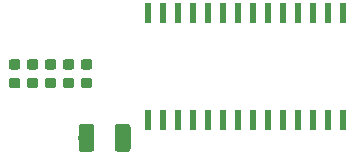
<source format=gbr>
G04 #@! TF.GenerationSoftware,KiCad,Pcbnew,(5.1.0-0)*
G04 #@! TF.CreationDate,2020-06-30T09:10:09+01:00*
G04 #@! TF.ProjectId,Display,44697370-6c61-4792-9e6b-696361645f70,rev?*
G04 #@! TF.SameCoordinates,Original*
G04 #@! TF.FileFunction,Paste,Top*
G04 #@! TF.FilePolarity,Positive*
%FSLAX46Y46*%
G04 Gerber Fmt 4.6, Leading zero omitted, Abs format (unit mm)*
G04 Created by KiCad (PCBNEW (5.1.0-0)) date 2020-06-30 09:10:09*
%MOMM*%
%LPD*%
G04 APERTURE LIST*
%ADD10R,0.600000X1.675000*%
%ADD11C,0.100000*%
%ADD12C,0.875000*%
%ADD13C,1.325000*%
G04 APERTURE END LIST*
D10*
X203955000Y-96507500D03*
X203955000Y-87432500D03*
X202685000Y-96507500D03*
X202685000Y-87432500D03*
X201415000Y-96507500D03*
X201415000Y-87432500D03*
X200145000Y-96507500D03*
X200145000Y-87432500D03*
X198875000Y-96507500D03*
X198875000Y-87432500D03*
X197605000Y-96507500D03*
X197605000Y-87432500D03*
X196335000Y-96507500D03*
X196335000Y-87432500D03*
X195065000Y-96507500D03*
X195065000Y-87432500D03*
X193795000Y-96507500D03*
X193795000Y-87432500D03*
X192525000Y-96507500D03*
X192525000Y-87432500D03*
X191255000Y-96507500D03*
X191255000Y-87432500D03*
X189985000Y-96507500D03*
X189985000Y-87432500D03*
X188715000Y-96507500D03*
X188715000Y-87432500D03*
X187445000Y-96507500D03*
X187445000Y-87432500D03*
D11*
G36*
X182545691Y-91348553D02*
G01*
X182566926Y-91351703D01*
X182587750Y-91356919D01*
X182607962Y-91364151D01*
X182627368Y-91373330D01*
X182645781Y-91384366D01*
X182663024Y-91397154D01*
X182678930Y-91411570D01*
X182693346Y-91427476D01*
X182706134Y-91444719D01*
X182717170Y-91463132D01*
X182726349Y-91482538D01*
X182733581Y-91502750D01*
X182738797Y-91523574D01*
X182741947Y-91544809D01*
X182743000Y-91566250D01*
X182743000Y-92003750D01*
X182741947Y-92025191D01*
X182738797Y-92046426D01*
X182733581Y-92067250D01*
X182726349Y-92087462D01*
X182717170Y-92106868D01*
X182706134Y-92125281D01*
X182693346Y-92142524D01*
X182678930Y-92158430D01*
X182663024Y-92172846D01*
X182645781Y-92185634D01*
X182627368Y-92196670D01*
X182607962Y-92205849D01*
X182587750Y-92213081D01*
X182566926Y-92218297D01*
X182545691Y-92221447D01*
X182524250Y-92222500D01*
X182011750Y-92222500D01*
X181990309Y-92221447D01*
X181969074Y-92218297D01*
X181948250Y-92213081D01*
X181928038Y-92205849D01*
X181908632Y-92196670D01*
X181890219Y-92185634D01*
X181872976Y-92172846D01*
X181857070Y-92158430D01*
X181842654Y-92142524D01*
X181829866Y-92125281D01*
X181818830Y-92106868D01*
X181809651Y-92087462D01*
X181802419Y-92067250D01*
X181797203Y-92046426D01*
X181794053Y-92025191D01*
X181793000Y-92003750D01*
X181793000Y-91566250D01*
X181794053Y-91544809D01*
X181797203Y-91523574D01*
X181802419Y-91502750D01*
X181809651Y-91482538D01*
X181818830Y-91463132D01*
X181829866Y-91444719D01*
X181842654Y-91427476D01*
X181857070Y-91411570D01*
X181872976Y-91397154D01*
X181890219Y-91384366D01*
X181908632Y-91373330D01*
X181928038Y-91364151D01*
X181948250Y-91356919D01*
X181969074Y-91351703D01*
X181990309Y-91348553D01*
X182011750Y-91347500D01*
X182524250Y-91347500D01*
X182545691Y-91348553D01*
X182545691Y-91348553D01*
G37*
D12*
X182268000Y-91785000D03*
D11*
G36*
X182545691Y-92923553D02*
G01*
X182566926Y-92926703D01*
X182587750Y-92931919D01*
X182607962Y-92939151D01*
X182627368Y-92948330D01*
X182645781Y-92959366D01*
X182663024Y-92972154D01*
X182678930Y-92986570D01*
X182693346Y-93002476D01*
X182706134Y-93019719D01*
X182717170Y-93038132D01*
X182726349Y-93057538D01*
X182733581Y-93077750D01*
X182738797Y-93098574D01*
X182741947Y-93119809D01*
X182743000Y-93141250D01*
X182743000Y-93578750D01*
X182741947Y-93600191D01*
X182738797Y-93621426D01*
X182733581Y-93642250D01*
X182726349Y-93662462D01*
X182717170Y-93681868D01*
X182706134Y-93700281D01*
X182693346Y-93717524D01*
X182678930Y-93733430D01*
X182663024Y-93747846D01*
X182645781Y-93760634D01*
X182627368Y-93771670D01*
X182607962Y-93780849D01*
X182587750Y-93788081D01*
X182566926Y-93793297D01*
X182545691Y-93796447D01*
X182524250Y-93797500D01*
X182011750Y-93797500D01*
X181990309Y-93796447D01*
X181969074Y-93793297D01*
X181948250Y-93788081D01*
X181928038Y-93780849D01*
X181908632Y-93771670D01*
X181890219Y-93760634D01*
X181872976Y-93747846D01*
X181857070Y-93733430D01*
X181842654Y-93717524D01*
X181829866Y-93700281D01*
X181818830Y-93681868D01*
X181809651Y-93662462D01*
X181802419Y-93642250D01*
X181797203Y-93621426D01*
X181794053Y-93600191D01*
X181793000Y-93578750D01*
X181793000Y-93141250D01*
X181794053Y-93119809D01*
X181797203Y-93098574D01*
X181802419Y-93077750D01*
X181809651Y-93057538D01*
X181818830Y-93038132D01*
X181829866Y-93019719D01*
X181842654Y-93002476D01*
X181857070Y-92986570D01*
X181872976Y-92972154D01*
X181890219Y-92959366D01*
X181908632Y-92948330D01*
X181928038Y-92939151D01*
X181948250Y-92931919D01*
X181969074Y-92926703D01*
X181990309Y-92923553D01*
X182011750Y-92922500D01*
X182524250Y-92922500D01*
X182545691Y-92923553D01*
X182545691Y-92923553D01*
G37*
D12*
X182268000Y-93360000D03*
D11*
G36*
X181023691Y-92923553D02*
G01*
X181044926Y-92926703D01*
X181065750Y-92931919D01*
X181085962Y-92939151D01*
X181105368Y-92948330D01*
X181123781Y-92959366D01*
X181141024Y-92972154D01*
X181156930Y-92986570D01*
X181171346Y-93002476D01*
X181184134Y-93019719D01*
X181195170Y-93038132D01*
X181204349Y-93057538D01*
X181211581Y-93077750D01*
X181216797Y-93098574D01*
X181219947Y-93119809D01*
X181221000Y-93141250D01*
X181221000Y-93578750D01*
X181219947Y-93600191D01*
X181216797Y-93621426D01*
X181211581Y-93642250D01*
X181204349Y-93662462D01*
X181195170Y-93681868D01*
X181184134Y-93700281D01*
X181171346Y-93717524D01*
X181156930Y-93733430D01*
X181141024Y-93747846D01*
X181123781Y-93760634D01*
X181105368Y-93771670D01*
X181085962Y-93780849D01*
X181065750Y-93788081D01*
X181044926Y-93793297D01*
X181023691Y-93796447D01*
X181002250Y-93797500D01*
X180489750Y-93797500D01*
X180468309Y-93796447D01*
X180447074Y-93793297D01*
X180426250Y-93788081D01*
X180406038Y-93780849D01*
X180386632Y-93771670D01*
X180368219Y-93760634D01*
X180350976Y-93747846D01*
X180335070Y-93733430D01*
X180320654Y-93717524D01*
X180307866Y-93700281D01*
X180296830Y-93681868D01*
X180287651Y-93662462D01*
X180280419Y-93642250D01*
X180275203Y-93621426D01*
X180272053Y-93600191D01*
X180271000Y-93578750D01*
X180271000Y-93141250D01*
X180272053Y-93119809D01*
X180275203Y-93098574D01*
X180280419Y-93077750D01*
X180287651Y-93057538D01*
X180296830Y-93038132D01*
X180307866Y-93019719D01*
X180320654Y-93002476D01*
X180335070Y-92986570D01*
X180350976Y-92972154D01*
X180368219Y-92959366D01*
X180386632Y-92948330D01*
X180406038Y-92939151D01*
X180426250Y-92931919D01*
X180447074Y-92926703D01*
X180468309Y-92923553D01*
X180489750Y-92922500D01*
X181002250Y-92922500D01*
X181023691Y-92923553D01*
X181023691Y-92923553D01*
G37*
D12*
X180746000Y-93360000D03*
D11*
G36*
X181023691Y-91348553D02*
G01*
X181044926Y-91351703D01*
X181065750Y-91356919D01*
X181085962Y-91364151D01*
X181105368Y-91373330D01*
X181123781Y-91384366D01*
X181141024Y-91397154D01*
X181156930Y-91411570D01*
X181171346Y-91427476D01*
X181184134Y-91444719D01*
X181195170Y-91463132D01*
X181204349Y-91482538D01*
X181211581Y-91502750D01*
X181216797Y-91523574D01*
X181219947Y-91544809D01*
X181221000Y-91566250D01*
X181221000Y-92003750D01*
X181219947Y-92025191D01*
X181216797Y-92046426D01*
X181211581Y-92067250D01*
X181204349Y-92087462D01*
X181195170Y-92106868D01*
X181184134Y-92125281D01*
X181171346Y-92142524D01*
X181156930Y-92158430D01*
X181141024Y-92172846D01*
X181123781Y-92185634D01*
X181105368Y-92196670D01*
X181085962Y-92205849D01*
X181065750Y-92213081D01*
X181044926Y-92218297D01*
X181023691Y-92221447D01*
X181002250Y-92222500D01*
X180489750Y-92222500D01*
X180468309Y-92221447D01*
X180447074Y-92218297D01*
X180426250Y-92213081D01*
X180406038Y-92205849D01*
X180386632Y-92196670D01*
X180368219Y-92185634D01*
X180350976Y-92172846D01*
X180335070Y-92158430D01*
X180320654Y-92142524D01*
X180307866Y-92125281D01*
X180296830Y-92106868D01*
X180287651Y-92087462D01*
X180280419Y-92067250D01*
X180275203Y-92046426D01*
X180272053Y-92025191D01*
X180271000Y-92003750D01*
X180271000Y-91566250D01*
X180272053Y-91544809D01*
X180275203Y-91523574D01*
X180280419Y-91502750D01*
X180287651Y-91482538D01*
X180296830Y-91463132D01*
X180307866Y-91444719D01*
X180320654Y-91427476D01*
X180335070Y-91411570D01*
X180350976Y-91397154D01*
X180368219Y-91384366D01*
X180386632Y-91373330D01*
X180406038Y-91364151D01*
X180426250Y-91356919D01*
X180447074Y-91351703D01*
X180468309Y-91348553D01*
X180489750Y-91347500D01*
X181002250Y-91347500D01*
X181023691Y-91348553D01*
X181023691Y-91348553D01*
G37*
D12*
X180746000Y-91785000D03*
D11*
G36*
X179501691Y-91348553D02*
G01*
X179522926Y-91351703D01*
X179543750Y-91356919D01*
X179563962Y-91364151D01*
X179583368Y-91373330D01*
X179601781Y-91384366D01*
X179619024Y-91397154D01*
X179634930Y-91411570D01*
X179649346Y-91427476D01*
X179662134Y-91444719D01*
X179673170Y-91463132D01*
X179682349Y-91482538D01*
X179689581Y-91502750D01*
X179694797Y-91523574D01*
X179697947Y-91544809D01*
X179699000Y-91566250D01*
X179699000Y-92003750D01*
X179697947Y-92025191D01*
X179694797Y-92046426D01*
X179689581Y-92067250D01*
X179682349Y-92087462D01*
X179673170Y-92106868D01*
X179662134Y-92125281D01*
X179649346Y-92142524D01*
X179634930Y-92158430D01*
X179619024Y-92172846D01*
X179601781Y-92185634D01*
X179583368Y-92196670D01*
X179563962Y-92205849D01*
X179543750Y-92213081D01*
X179522926Y-92218297D01*
X179501691Y-92221447D01*
X179480250Y-92222500D01*
X178967750Y-92222500D01*
X178946309Y-92221447D01*
X178925074Y-92218297D01*
X178904250Y-92213081D01*
X178884038Y-92205849D01*
X178864632Y-92196670D01*
X178846219Y-92185634D01*
X178828976Y-92172846D01*
X178813070Y-92158430D01*
X178798654Y-92142524D01*
X178785866Y-92125281D01*
X178774830Y-92106868D01*
X178765651Y-92087462D01*
X178758419Y-92067250D01*
X178753203Y-92046426D01*
X178750053Y-92025191D01*
X178749000Y-92003750D01*
X178749000Y-91566250D01*
X178750053Y-91544809D01*
X178753203Y-91523574D01*
X178758419Y-91502750D01*
X178765651Y-91482538D01*
X178774830Y-91463132D01*
X178785866Y-91444719D01*
X178798654Y-91427476D01*
X178813070Y-91411570D01*
X178828976Y-91397154D01*
X178846219Y-91384366D01*
X178864632Y-91373330D01*
X178884038Y-91364151D01*
X178904250Y-91356919D01*
X178925074Y-91351703D01*
X178946309Y-91348553D01*
X178967750Y-91347500D01*
X179480250Y-91347500D01*
X179501691Y-91348553D01*
X179501691Y-91348553D01*
G37*
D12*
X179224000Y-91785000D03*
D11*
G36*
X179501691Y-92923553D02*
G01*
X179522926Y-92926703D01*
X179543750Y-92931919D01*
X179563962Y-92939151D01*
X179583368Y-92948330D01*
X179601781Y-92959366D01*
X179619024Y-92972154D01*
X179634930Y-92986570D01*
X179649346Y-93002476D01*
X179662134Y-93019719D01*
X179673170Y-93038132D01*
X179682349Y-93057538D01*
X179689581Y-93077750D01*
X179694797Y-93098574D01*
X179697947Y-93119809D01*
X179699000Y-93141250D01*
X179699000Y-93578750D01*
X179697947Y-93600191D01*
X179694797Y-93621426D01*
X179689581Y-93642250D01*
X179682349Y-93662462D01*
X179673170Y-93681868D01*
X179662134Y-93700281D01*
X179649346Y-93717524D01*
X179634930Y-93733430D01*
X179619024Y-93747846D01*
X179601781Y-93760634D01*
X179583368Y-93771670D01*
X179563962Y-93780849D01*
X179543750Y-93788081D01*
X179522926Y-93793297D01*
X179501691Y-93796447D01*
X179480250Y-93797500D01*
X178967750Y-93797500D01*
X178946309Y-93796447D01*
X178925074Y-93793297D01*
X178904250Y-93788081D01*
X178884038Y-93780849D01*
X178864632Y-93771670D01*
X178846219Y-93760634D01*
X178828976Y-93747846D01*
X178813070Y-93733430D01*
X178798654Y-93717524D01*
X178785866Y-93700281D01*
X178774830Y-93681868D01*
X178765651Y-93662462D01*
X178758419Y-93642250D01*
X178753203Y-93621426D01*
X178750053Y-93600191D01*
X178749000Y-93578750D01*
X178749000Y-93141250D01*
X178750053Y-93119809D01*
X178753203Y-93098574D01*
X178758419Y-93077750D01*
X178765651Y-93057538D01*
X178774830Y-93038132D01*
X178785866Y-93019719D01*
X178798654Y-93002476D01*
X178813070Y-92986570D01*
X178828976Y-92972154D01*
X178846219Y-92959366D01*
X178864632Y-92948330D01*
X178884038Y-92939151D01*
X178904250Y-92931919D01*
X178925074Y-92926703D01*
X178946309Y-92923553D01*
X178967750Y-92922500D01*
X179480250Y-92922500D01*
X179501691Y-92923553D01*
X179501691Y-92923553D01*
G37*
D12*
X179224000Y-93360000D03*
D11*
G36*
X177979691Y-92923553D02*
G01*
X178000926Y-92926703D01*
X178021750Y-92931919D01*
X178041962Y-92939151D01*
X178061368Y-92948330D01*
X178079781Y-92959366D01*
X178097024Y-92972154D01*
X178112930Y-92986570D01*
X178127346Y-93002476D01*
X178140134Y-93019719D01*
X178151170Y-93038132D01*
X178160349Y-93057538D01*
X178167581Y-93077750D01*
X178172797Y-93098574D01*
X178175947Y-93119809D01*
X178177000Y-93141250D01*
X178177000Y-93578750D01*
X178175947Y-93600191D01*
X178172797Y-93621426D01*
X178167581Y-93642250D01*
X178160349Y-93662462D01*
X178151170Y-93681868D01*
X178140134Y-93700281D01*
X178127346Y-93717524D01*
X178112930Y-93733430D01*
X178097024Y-93747846D01*
X178079781Y-93760634D01*
X178061368Y-93771670D01*
X178041962Y-93780849D01*
X178021750Y-93788081D01*
X178000926Y-93793297D01*
X177979691Y-93796447D01*
X177958250Y-93797500D01*
X177445750Y-93797500D01*
X177424309Y-93796447D01*
X177403074Y-93793297D01*
X177382250Y-93788081D01*
X177362038Y-93780849D01*
X177342632Y-93771670D01*
X177324219Y-93760634D01*
X177306976Y-93747846D01*
X177291070Y-93733430D01*
X177276654Y-93717524D01*
X177263866Y-93700281D01*
X177252830Y-93681868D01*
X177243651Y-93662462D01*
X177236419Y-93642250D01*
X177231203Y-93621426D01*
X177228053Y-93600191D01*
X177227000Y-93578750D01*
X177227000Y-93141250D01*
X177228053Y-93119809D01*
X177231203Y-93098574D01*
X177236419Y-93077750D01*
X177243651Y-93057538D01*
X177252830Y-93038132D01*
X177263866Y-93019719D01*
X177276654Y-93002476D01*
X177291070Y-92986570D01*
X177306976Y-92972154D01*
X177324219Y-92959366D01*
X177342632Y-92948330D01*
X177362038Y-92939151D01*
X177382250Y-92931919D01*
X177403074Y-92926703D01*
X177424309Y-92923553D01*
X177445750Y-92922500D01*
X177958250Y-92922500D01*
X177979691Y-92923553D01*
X177979691Y-92923553D01*
G37*
D12*
X177702000Y-93360000D03*
D11*
G36*
X177979691Y-91348553D02*
G01*
X178000926Y-91351703D01*
X178021750Y-91356919D01*
X178041962Y-91364151D01*
X178061368Y-91373330D01*
X178079781Y-91384366D01*
X178097024Y-91397154D01*
X178112930Y-91411570D01*
X178127346Y-91427476D01*
X178140134Y-91444719D01*
X178151170Y-91463132D01*
X178160349Y-91482538D01*
X178167581Y-91502750D01*
X178172797Y-91523574D01*
X178175947Y-91544809D01*
X178177000Y-91566250D01*
X178177000Y-92003750D01*
X178175947Y-92025191D01*
X178172797Y-92046426D01*
X178167581Y-92067250D01*
X178160349Y-92087462D01*
X178151170Y-92106868D01*
X178140134Y-92125281D01*
X178127346Y-92142524D01*
X178112930Y-92158430D01*
X178097024Y-92172846D01*
X178079781Y-92185634D01*
X178061368Y-92196670D01*
X178041962Y-92205849D01*
X178021750Y-92213081D01*
X178000926Y-92218297D01*
X177979691Y-92221447D01*
X177958250Y-92222500D01*
X177445750Y-92222500D01*
X177424309Y-92221447D01*
X177403074Y-92218297D01*
X177382250Y-92213081D01*
X177362038Y-92205849D01*
X177342632Y-92196670D01*
X177324219Y-92185634D01*
X177306976Y-92172846D01*
X177291070Y-92158430D01*
X177276654Y-92142524D01*
X177263866Y-92125281D01*
X177252830Y-92106868D01*
X177243651Y-92087462D01*
X177236419Y-92067250D01*
X177231203Y-92046426D01*
X177228053Y-92025191D01*
X177227000Y-92003750D01*
X177227000Y-91566250D01*
X177228053Y-91544809D01*
X177231203Y-91523574D01*
X177236419Y-91502750D01*
X177243651Y-91482538D01*
X177252830Y-91463132D01*
X177263866Y-91444719D01*
X177276654Y-91427476D01*
X177291070Y-91411570D01*
X177306976Y-91397154D01*
X177324219Y-91384366D01*
X177342632Y-91373330D01*
X177362038Y-91364151D01*
X177382250Y-91356919D01*
X177403074Y-91351703D01*
X177424309Y-91348553D01*
X177445750Y-91347500D01*
X177958250Y-91347500D01*
X177979691Y-91348553D01*
X177979691Y-91348553D01*
G37*
D12*
X177702000Y-91785000D03*
D11*
G36*
X176457691Y-91348553D02*
G01*
X176478926Y-91351703D01*
X176499750Y-91356919D01*
X176519962Y-91364151D01*
X176539368Y-91373330D01*
X176557781Y-91384366D01*
X176575024Y-91397154D01*
X176590930Y-91411570D01*
X176605346Y-91427476D01*
X176618134Y-91444719D01*
X176629170Y-91463132D01*
X176638349Y-91482538D01*
X176645581Y-91502750D01*
X176650797Y-91523574D01*
X176653947Y-91544809D01*
X176655000Y-91566250D01*
X176655000Y-92003750D01*
X176653947Y-92025191D01*
X176650797Y-92046426D01*
X176645581Y-92067250D01*
X176638349Y-92087462D01*
X176629170Y-92106868D01*
X176618134Y-92125281D01*
X176605346Y-92142524D01*
X176590930Y-92158430D01*
X176575024Y-92172846D01*
X176557781Y-92185634D01*
X176539368Y-92196670D01*
X176519962Y-92205849D01*
X176499750Y-92213081D01*
X176478926Y-92218297D01*
X176457691Y-92221447D01*
X176436250Y-92222500D01*
X175923750Y-92222500D01*
X175902309Y-92221447D01*
X175881074Y-92218297D01*
X175860250Y-92213081D01*
X175840038Y-92205849D01*
X175820632Y-92196670D01*
X175802219Y-92185634D01*
X175784976Y-92172846D01*
X175769070Y-92158430D01*
X175754654Y-92142524D01*
X175741866Y-92125281D01*
X175730830Y-92106868D01*
X175721651Y-92087462D01*
X175714419Y-92067250D01*
X175709203Y-92046426D01*
X175706053Y-92025191D01*
X175705000Y-92003750D01*
X175705000Y-91566250D01*
X175706053Y-91544809D01*
X175709203Y-91523574D01*
X175714419Y-91502750D01*
X175721651Y-91482538D01*
X175730830Y-91463132D01*
X175741866Y-91444719D01*
X175754654Y-91427476D01*
X175769070Y-91411570D01*
X175784976Y-91397154D01*
X175802219Y-91384366D01*
X175820632Y-91373330D01*
X175840038Y-91364151D01*
X175860250Y-91356919D01*
X175881074Y-91351703D01*
X175902309Y-91348553D01*
X175923750Y-91347500D01*
X176436250Y-91347500D01*
X176457691Y-91348553D01*
X176457691Y-91348553D01*
G37*
D12*
X176180000Y-91785000D03*
D11*
G36*
X176457691Y-92923553D02*
G01*
X176478926Y-92926703D01*
X176499750Y-92931919D01*
X176519962Y-92939151D01*
X176539368Y-92948330D01*
X176557781Y-92959366D01*
X176575024Y-92972154D01*
X176590930Y-92986570D01*
X176605346Y-93002476D01*
X176618134Y-93019719D01*
X176629170Y-93038132D01*
X176638349Y-93057538D01*
X176645581Y-93077750D01*
X176650797Y-93098574D01*
X176653947Y-93119809D01*
X176655000Y-93141250D01*
X176655000Y-93578750D01*
X176653947Y-93600191D01*
X176650797Y-93621426D01*
X176645581Y-93642250D01*
X176638349Y-93662462D01*
X176629170Y-93681868D01*
X176618134Y-93700281D01*
X176605346Y-93717524D01*
X176590930Y-93733430D01*
X176575024Y-93747846D01*
X176557781Y-93760634D01*
X176539368Y-93771670D01*
X176519962Y-93780849D01*
X176499750Y-93788081D01*
X176478926Y-93793297D01*
X176457691Y-93796447D01*
X176436250Y-93797500D01*
X175923750Y-93797500D01*
X175902309Y-93796447D01*
X175881074Y-93793297D01*
X175860250Y-93788081D01*
X175840038Y-93780849D01*
X175820632Y-93771670D01*
X175802219Y-93760634D01*
X175784976Y-93747846D01*
X175769070Y-93733430D01*
X175754654Y-93717524D01*
X175741866Y-93700281D01*
X175730830Y-93681868D01*
X175721651Y-93662462D01*
X175714419Y-93642250D01*
X175709203Y-93621426D01*
X175706053Y-93600191D01*
X175705000Y-93578750D01*
X175705000Y-93141250D01*
X175706053Y-93119809D01*
X175709203Y-93098574D01*
X175714419Y-93077750D01*
X175721651Y-93057538D01*
X175730830Y-93038132D01*
X175741866Y-93019719D01*
X175754654Y-93002476D01*
X175769070Y-92986570D01*
X175784976Y-92972154D01*
X175802219Y-92959366D01*
X175820632Y-92948330D01*
X175840038Y-92939151D01*
X175860250Y-92931919D01*
X175881074Y-92926703D01*
X175902309Y-92923553D01*
X175923750Y-92922500D01*
X176436250Y-92922500D01*
X176457691Y-92923553D01*
X176457691Y-92923553D01*
G37*
D12*
X176180000Y-93360000D03*
D11*
G36*
X185764505Y-96826204D02*
G01*
X185788773Y-96829804D01*
X185812572Y-96835765D01*
X185835671Y-96844030D01*
X185857850Y-96854520D01*
X185878893Y-96867132D01*
X185898599Y-96881747D01*
X185916777Y-96898223D01*
X185933253Y-96916401D01*
X185947868Y-96936107D01*
X185960480Y-96957150D01*
X185970970Y-96979329D01*
X185979235Y-97002428D01*
X185985196Y-97026227D01*
X185988796Y-97050495D01*
X185990000Y-97074999D01*
X185990000Y-98925001D01*
X185988796Y-98949505D01*
X185985196Y-98973773D01*
X185979235Y-98997572D01*
X185970970Y-99020671D01*
X185960480Y-99042850D01*
X185947868Y-99063893D01*
X185933253Y-99083599D01*
X185916777Y-99101777D01*
X185898599Y-99118253D01*
X185878893Y-99132868D01*
X185857850Y-99145480D01*
X185835671Y-99155970D01*
X185812572Y-99164235D01*
X185788773Y-99170196D01*
X185764505Y-99173796D01*
X185740001Y-99175000D01*
X184914999Y-99175000D01*
X184890495Y-99173796D01*
X184866227Y-99170196D01*
X184842428Y-99164235D01*
X184819329Y-99155970D01*
X184797150Y-99145480D01*
X184776107Y-99132868D01*
X184756401Y-99118253D01*
X184738223Y-99101777D01*
X184721747Y-99083599D01*
X184707132Y-99063893D01*
X184694520Y-99042850D01*
X184684030Y-99020671D01*
X184675765Y-98997572D01*
X184669804Y-98973773D01*
X184666204Y-98949505D01*
X184665000Y-98925001D01*
X184665000Y-97074999D01*
X184666204Y-97050495D01*
X184669804Y-97026227D01*
X184675765Y-97002428D01*
X184684030Y-96979329D01*
X184694520Y-96957150D01*
X184707132Y-96936107D01*
X184721747Y-96916401D01*
X184738223Y-96898223D01*
X184756401Y-96881747D01*
X184776107Y-96867132D01*
X184797150Y-96854520D01*
X184819329Y-96844030D01*
X184842428Y-96835765D01*
X184866227Y-96829804D01*
X184890495Y-96826204D01*
X184914999Y-96825000D01*
X185740001Y-96825000D01*
X185764505Y-96826204D01*
X185764505Y-96826204D01*
G37*
D13*
X185327500Y-98000000D03*
D11*
G36*
X182689505Y-96826204D02*
G01*
X182713773Y-96829804D01*
X182737572Y-96835765D01*
X182760671Y-96844030D01*
X182782850Y-96854520D01*
X182803893Y-96867132D01*
X182823599Y-96881747D01*
X182841777Y-96898223D01*
X182858253Y-96916401D01*
X182872868Y-96936107D01*
X182885480Y-96957150D01*
X182895970Y-96979329D01*
X182904235Y-97002428D01*
X182910196Y-97026227D01*
X182913796Y-97050495D01*
X182915000Y-97074999D01*
X182915000Y-98925001D01*
X182913796Y-98949505D01*
X182910196Y-98973773D01*
X182904235Y-98997572D01*
X182895970Y-99020671D01*
X182885480Y-99042850D01*
X182872868Y-99063893D01*
X182858253Y-99083599D01*
X182841777Y-99101777D01*
X182823599Y-99118253D01*
X182803893Y-99132868D01*
X182782850Y-99145480D01*
X182760671Y-99155970D01*
X182737572Y-99164235D01*
X182713773Y-99170196D01*
X182689505Y-99173796D01*
X182665001Y-99175000D01*
X181839999Y-99175000D01*
X181815495Y-99173796D01*
X181791227Y-99170196D01*
X181767428Y-99164235D01*
X181744329Y-99155970D01*
X181722150Y-99145480D01*
X181701107Y-99132868D01*
X181681401Y-99118253D01*
X181663223Y-99101777D01*
X181646747Y-99083599D01*
X181632132Y-99063893D01*
X181619520Y-99042850D01*
X181609030Y-99020671D01*
X181600765Y-98997572D01*
X181594804Y-98973773D01*
X181591204Y-98949505D01*
X181590000Y-98925001D01*
X181590000Y-97074999D01*
X181591204Y-97050495D01*
X181594804Y-97026227D01*
X181600765Y-97002428D01*
X181609030Y-96979329D01*
X181619520Y-96957150D01*
X181632132Y-96936107D01*
X181646747Y-96916401D01*
X181663223Y-96898223D01*
X181681401Y-96881747D01*
X181701107Y-96867132D01*
X181722150Y-96854520D01*
X181744329Y-96844030D01*
X181767428Y-96835765D01*
X181791227Y-96829804D01*
X181815495Y-96826204D01*
X181839999Y-96825000D01*
X182665001Y-96825000D01*
X182689505Y-96826204D01*
X182689505Y-96826204D01*
G37*
D13*
X182252500Y-98000000D03*
M02*

</source>
